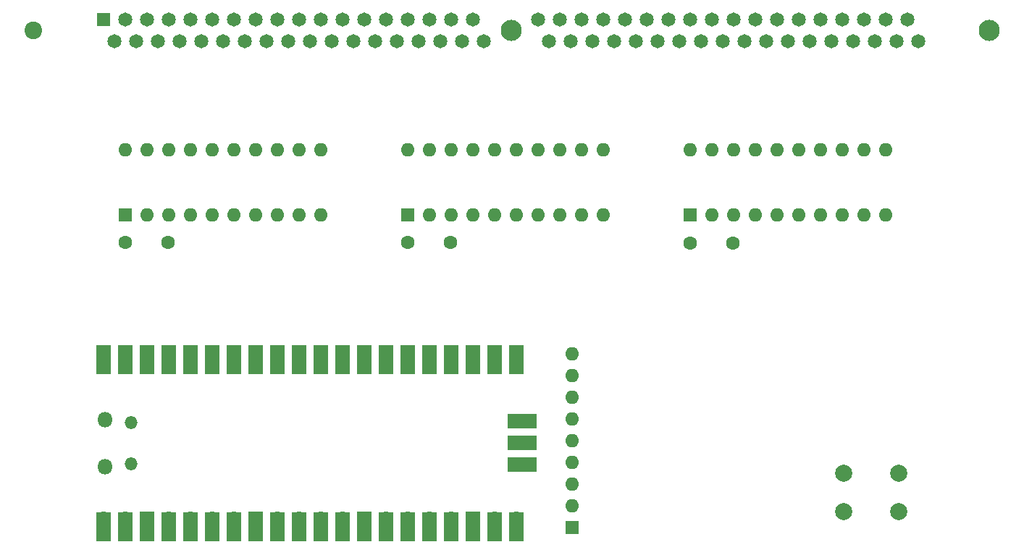
<source format=gts>
G04 #@! TF.GenerationSoftware,KiCad,Pcbnew,7.0.9*
G04 #@! TF.CreationDate,2024-01-22T22:06:56+01:00*
G04 #@! TF.ProjectId,programmer,70726f67-7261-46d6-9d65-722e6b696361,A0*
G04 #@! TF.SameCoordinates,Original*
G04 #@! TF.FileFunction,Soldermask,Top*
G04 #@! TF.FilePolarity,Negative*
%FSLAX46Y46*%
G04 Gerber Fmt 4.6, Leading zero omitted, Abs format (unit mm)*
G04 Created by KiCad (PCBNEW 7.0.9) date 2024-01-22 22:06:56*
%MOMM*%
%LPD*%
G01*
G04 APERTURE LIST*
%ADD10R,1.600000X1.600000*%
%ADD11O,1.600000X1.600000*%
%ADD12C,1.600000*%
%ADD13C,2.000000*%
%ADD14C,2.060000*%
%ADD15C,2.470000*%
%ADD16R,1.650000X1.650000*%
%ADD17C,1.650000*%
%ADD18O,1.800000X1.800000*%
%ADD19O,1.500000X1.500000*%
%ADD20O,1.700000X1.700000*%
%ADD21R,1.700000X3.500000*%
%ADD22R,1.700000X1.700000*%
%ADD23R,3.500000X1.700000*%
G04 APERTURE END LIST*
D10*
X160020000Y-116840000D03*
D11*
X160020000Y-114300000D03*
X160020000Y-111760000D03*
X160020000Y-109220000D03*
X160020000Y-106680000D03*
X160020000Y-104140000D03*
X160020000Y-101600000D03*
X160020000Y-99060000D03*
X160020000Y-96520000D03*
D10*
X140861051Y-80282051D03*
D11*
X143401051Y-80282051D03*
X145941051Y-80282051D03*
X148481051Y-80282051D03*
X151021051Y-80282051D03*
X153561051Y-80282051D03*
X156101051Y-80282051D03*
X158641051Y-80282051D03*
X161181051Y-80282051D03*
X163721051Y-80282051D03*
X163721051Y-72662051D03*
X161181051Y-72662051D03*
X158641051Y-72662051D03*
X156101051Y-72662051D03*
X153561051Y-72662051D03*
X151021051Y-72662051D03*
X148481051Y-72662051D03*
X145941051Y-72662051D03*
X143401051Y-72662051D03*
X140861051Y-72662051D03*
D10*
X107841051Y-80282051D03*
D11*
X110381051Y-80282051D03*
X112921051Y-80282051D03*
X115461051Y-80282051D03*
X118001051Y-80282051D03*
X120541051Y-80282051D03*
X123081051Y-80282051D03*
X125621051Y-80282051D03*
X128161051Y-80282051D03*
X130701051Y-80282051D03*
X130701051Y-72662051D03*
X128161051Y-72662051D03*
X125621051Y-72662051D03*
X123081051Y-72662051D03*
X120541051Y-72662051D03*
X118001051Y-72662051D03*
X115461051Y-72662051D03*
X112921051Y-72662051D03*
X110381051Y-72662051D03*
X107841051Y-72662051D03*
D12*
X107841051Y-83457051D03*
X112841051Y-83457051D03*
X140861051Y-83457051D03*
X145861051Y-83457051D03*
D13*
X191770000Y-110490000D03*
X198270000Y-110490000D03*
X191770000Y-114990000D03*
X198270000Y-114990000D03*
D10*
X173881051Y-80282051D03*
D11*
X176421051Y-80282051D03*
X178961051Y-80282051D03*
X181501051Y-80282051D03*
X184041051Y-80282051D03*
X186581051Y-80282051D03*
X189121051Y-80282051D03*
X191661051Y-80282051D03*
X194201051Y-80282051D03*
X196741051Y-80282051D03*
X196741051Y-72662051D03*
X194201051Y-72662051D03*
X191661051Y-72662051D03*
X189121051Y-72662051D03*
X186581051Y-72662051D03*
X184041051Y-72662051D03*
X181501051Y-72662051D03*
X178961051Y-72662051D03*
X176421051Y-72662051D03*
X173881051Y-72662051D03*
D12*
X173881051Y-83584051D03*
X178881051Y-83584051D03*
D14*
X97041051Y-58692051D03*
D15*
X152921051Y-58692051D03*
X208801051Y-58692051D03*
D16*
X105301051Y-57422051D03*
D17*
X106571051Y-59962051D03*
X107841051Y-57422051D03*
X109111051Y-59962051D03*
X110381051Y-57422051D03*
X111651051Y-59962051D03*
X112921051Y-57422051D03*
X114191051Y-59962051D03*
X115461051Y-57422051D03*
X116731051Y-59962051D03*
X118001051Y-57422051D03*
X119271051Y-59962051D03*
X120541051Y-57422051D03*
X121811051Y-59962051D03*
X123081051Y-57422051D03*
X124351051Y-59962051D03*
X125621051Y-57422051D03*
X126891051Y-59962051D03*
X128161051Y-57422051D03*
X129431051Y-59962051D03*
X130701051Y-57422051D03*
X131971051Y-59962051D03*
X133241051Y-57422051D03*
X134511051Y-59962051D03*
X135781051Y-57422051D03*
X137051051Y-59962051D03*
X138321051Y-57422051D03*
X139591051Y-59962051D03*
X140861051Y-57422051D03*
X142131051Y-59962051D03*
X143401051Y-57422051D03*
X144671051Y-59962051D03*
X145941051Y-57422051D03*
X147211051Y-59962051D03*
X148481051Y-57422051D03*
X149751051Y-59962051D03*
X156101051Y-57422051D03*
X157371051Y-59962051D03*
X158641051Y-57422051D03*
X159911051Y-59962051D03*
X161181051Y-57422051D03*
X162451051Y-59962051D03*
X163721051Y-57422051D03*
X164991051Y-59962051D03*
X166261051Y-57422051D03*
X167531051Y-59962051D03*
X168801051Y-57422051D03*
X170071051Y-59962051D03*
X171341051Y-57422051D03*
X172611051Y-59962051D03*
X173881051Y-57422051D03*
X175151051Y-59962051D03*
X176421051Y-57422051D03*
X177691051Y-59962051D03*
X178961051Y-57422051D03*
X180231051Y-59962051D03*
X181501051Y-57422051D03*
X182771051Y-59962051D03*
X184041051Y-57422051D03*
X185311051Y-59962051D03*
X186581051Y-57422051D03*
X187851051Y-59962051D03*
X189121051Y-57422051D03*
X190391051Y-59962051D03*
X191661051Y-57422051D03*
X192931051Y-59962051D03*
X194201051Y-57422051D03*
X195471051Y-59962051D03*
X196741051Y-57422051D03*
X198011051Y-59962051D03*
X199281051Y-57422051D03*
X200551051Y-59962051D03*
D18*
X105431051Y-109677051D03*
D19*
X108461051Y-109377051D03*
X108461051Y-104527051D03*
D18*
X105431051Y-104227051D03*
D20*
X105301051Y-115842051D03*
D21*
X105301051Y-116742051D03*
D20*
X107841051Y-115842051D03*
D21*
X107841051Y-116742051D03*
D22*
X110381051Y-115842051D03*
D21*
X110381051Y-116742051D03*
D20*
X112921051Y-115842051D03*
D21*
X112921051Y-116742051D03*
D20*
X115461051Y-115842051D03*
D21*
X115461051Y-116742051D03*
D20*
X118001051Y-115842051D03*
D21*
X118001051Y-116742051D03*
D20*
X120541051Y-115842051D03*
D21*
X120541051Y-116742051D03*
D22*
X123081051Y-115842051D03*
D21*
X123081051Y-116742051D03*
D20*
X125621051Y-115842051D03*
D21*
X125621051Y-116742051D03*
D20*
X128161051Y-115842051D03*
D21*
X128161051Y-116742051D03*
D20*
X130701051Y-115842051D03*
D21*
X130701051Y-116742051D03*
D20*
X133241051Y-115842051D03*
D21*
X133241051Y-116742051D03*
D22*
X135781051Y-115842051D03*
D21*
X135781051Y-116742051D03*
D20*
X138321051Y-115842051D03*
D21*
X138321051Y-116742051D03*
D20*
X140861051Y-115842051D03*
D21*
X140861051Y-116742051D03*
D20*
X143401051Y-115842051D03*
D21*
X143401051Y-116742051D03*
D20*
X145941051Y-115842051D03*
D21*
X145941051Y-116742051D03*
D22*
X148481051Y-115842051D03*
D21*
X148481051Y-116742051D03*
D20*
X151021051Y-115842051D03*
D21*
X151021051Y-116742051D03*
D20*
X153561051Y-115842051D03*
D21*
X153561051Y-116742051D03*
D20*
X153561051Y-98062051D03*
D21*
X153561051Y-97162051D03*
D20*
X151021051Y-98062051D03*
D21*
X151021051Y-97162051D03*
D22*
X148481051Y-98062051D03*
D21*
X148481051Y-97162051D03*
D20*
X145941051Y-98062051D03*
D21*
X145941051Y-97162051D03*
D20*
X143401051Y-98062051D03*
D21*
X143401051Y-97162051D03*
D20*
X140861051Y-98062051D03*
D21*
X140861051Y-97162051D03*
D20*
X138321051Y-98062051D03*
D21*
X138321051Y-97162051D03*
D22*
X135781051Y-98062051D03*
D21*
X135781051Y-97162051D03*
D20*
X133241051Y-98062051D03*
D21*
X133241051Y-97162051D03*
D20*
X130701051Y-98062051D03*
D21*
X130701051Y-97162051D03*
D20*
X128161051Y-98062051D03*
D21*
X128161051Y-97162051D03*
D20*
X125621051Y-98062051D03*
D21*
X125621051Y-97162051D03*
D22*
X123081051Y-98062051D03*
D21*
X123081051Y-97162051D03*
D20*
X120541051Y-98062051D03*
D21*
X120541051Y-97162051D03*
D20*
X118001051Y-98062051D03*
D21*
X118001051Y-97162051D03*
D20*
X115461051Y-98062051D03*
D21*
X115461051Y-97162051D03*
D20*
X112921051Y-98062051D03*
D21*
X112921051Y-97162051D03*
D22*
X110381051Y-98062051D03*
D21*
X110381051Y-97162051D03*
D20*
X107841051Y-98062051D03*
D21*
X107841051Y-97162051D03*
D20*
X105301051Y-98062051D03*
D21*
X105301051Y-97162051D03*
D20*
X153331051Y-109492051D03*
D23*
X154231051Y-109492051D03*
D22*
X153331051Y-106952051D03*
D23*
X154231051Y-106952051D03*
D20*
X153331051Y-104412051D03*
D23*
X154231051Y-104412051D03*
M02*

</source>
